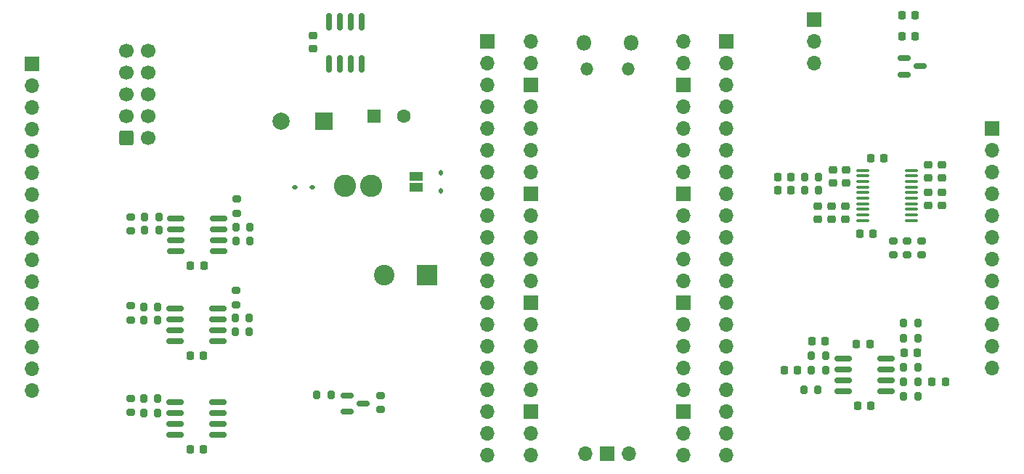
<source format=gbr>
%TF.GenerationSoftware,KiCad,Pcbnew,7.0.2*%
%TF.CreationDate,2025-02-19T16:37:45+00:00*%
%TF.ProjectId,dk2_04_bottom,646b325f-3034-45f6-926f-74746f6d2e6b,rev?*%
%TF.SameCoordinates,Original*%
%TF.FileFunction,Soldermask,Top*%
%TF.FilePolarity,Negative*%
%FSLAX46Y46*%
G04 Gerber Fmt 4.6, Leading zero omitted, Abs format (unit mm)*
G04 Created by KiCad (PCBNEW 7.0.2) date 2025-02-19 16:37:45*
%MOMM*%
%LPD*%
G01*
G04 APERTURE LIST*
G04 Aperture macros list*
%AMRoundRect*
0 Rectangle with rounded corners*
0 $1 Rounding radius*
0 $2 $3 $4 $5 $6 $7 $8 $9 X,Y pos of 4 corners*
0 Add a 4 corners polygon primitive as box body*
4,1,4,$2,$3,$4,$5,$6,$7,$8,$9,$2,$3,0*
0 Add four circle primitives for the rounded corners*
1,1,$1+$1,$2,$3*
1,1,$1+$1,$4,$5*
1,1,$1+$1,$6,$7*
1,1,$1+$1,$8,$9*
0 Add four rect primitives between the rounded corners*
20,1,$1+$1,$2,$3,$4,$5,0*
20,1,$1+$1,$4,$5,$6,$7,0*
20,1,$1+$1,$6,$7,$8,$9,0*
20,1,$1+$1,$8,$9,$2,$3,0*%
G04 Aperture macros list end*
%ADD10RoundRect,0.200000X0.275000X-0.200000X0.275000X0.200000X-0.275000X0.200000X-0.275000X-0.200000X0*%
%ADD11RoundRect,0.200000X-0.200000X-0.275000X0.200000X-0.275000X0.200000X0.275000X-0.200000X0.275000X0*%
%ADD12RoundRect,0.200000X0.200000X0.275000X-0.200000X0.275000X-0.200000X-0.275000X0.200000X-0.275000X0*%
%ADD13RoundRect,0.100000X-0.637500X-0.100000X0.637500X-0.100000X0.637500X0.100000X-0.637500X0.100000X0*%
%ADD14RoundRect,0.150000X0.150000X-0.825000X0.150000X0.825000X-0.150000X0.825000X-0.150000X-0.825000X0*%
%ADD15RoundRect,0.200000X-0.275000X0.200000X-0.275000X-0.200000X0.275000X-0.200000X0.275000X0.200000X0*%
%ADD16RoundRect,0.225000X0.225000X0.250000X-0.225000X0.250000X-0.225000X-0.250000X0.225000X-0.250000X0*%
%ADD17R,1.700000X1.700000*%
%ADD18O,1.700000X1.700000*%
%ADD19RoundRect,0.225000X-0.250000X0.225000X-0.250000X-0.225000X0.250000X-0.225000X0.250000X0.225000X0*%
%ADD20RoundRect,0.112500X-0.112500X0.187500X-0.112500X-0.187500X0.112500X-0.187500X0.112500X0.187500X0*%
%ADD21RoundRect,0.150000X-0.825000X-0.150000X0.825000X-0.150000X0.825000X0.150000X-0.825000X0.150000X0*%
%ADD22RoundRect,0.225000X-0.225000X-0.250000X0.225000X-0.250000X0.225000X0.250000X-0.225000X0.250000X0*%
%ADD23RoundRect,0.150000X-0.587500X-0.150000X0.587500X-0.150000X0.587500X0.150000X-0.587500X0.150000X0*%
%ADD24R,1.500000X1.000000*%
%ADD25RoundRect,0.112500X0.187500X0.112500X-0.187500X0.112500X-0.187500X-0.112500X0.187500X-0.112500X0*%
%ADD26RoundRect,0.225000X0.250000X-0.225000X0.250000X0.225000X-0.250000X0.225000X-0.250000X-0.225000X0*%
%ADD27R,2.400000X2.400000*%
%ADD28C,2.400000*%
%ADD29RoundRect,0.250000X-0.600000X-0.600000X0.600000X-0.600000X0.600000X0.600000X-0.600000X0.600000X0*%
%ADD30C,1.700000*%
%ADD31C,2.600000*%
%ADD32R,1.600000X1.600000*%
%ADD33C,1.600000*%
%ADD34R,2.000000X2.000000*%
%ADD35C,2.000000*%
%ADD36O,1.800000X1.800000*%
%ADD37O,1.500000X1.500000*%
G04 APERTURE END LIST*
D10*
%TO.C,R11*%
X184432500Y-80770000D03*
X184432500Y-79120000D03*
%TD*%
D11*
%TO.C,R8*%
X185660000Y-90435000D03*
X187310000Y-90435000D03*
%TD*%
D12*
%TO.C,R2*%
X187310000Y-97235000D03*
X185660000Y-97235000D03*
%TD*%
D13*
%TO.C,U4*%
X180857500Y-70895000D03*
X180857500Y-71545000D03*
X180857500Y-72195000D03*
X180857500Y-72845000D03*
X180857500Y-73495000D03*
X180857500Y-74145000D03*
X180857500Y-74795000D03*
X180857500Y-75445000D03*
X180857500Y-76095000D03*
X180857500Y-76745000D03*
X186582500Y-76745000D03*
X186582500Y-76095000D03*
X186582500Y-75445000D03*
X186582500Y-74795000D03*
X186582500Y-74145000D03*
X186582500Y-73495000D03*
X186582500Y-72845000D03*
X186582500Y-72195000D03*
X186582500Y-71545000D03*
X186582500Y-70895000D03*
%TD*%
D14*
%TO.C,U8*%
X118627323Y-58475000D03*
X119897323Y-58475000D03*
X121167323Y-58475000D03*
X122437323Y-58475000D03*
X122437323Y-53525000D03*
X121167323Y-53525000D03*
X119897323Y-53525000D03*
X118627323Y-53525000D03*
%TD*%
D11*
%TO.C,R14*%
X117250000Y-97110000D03*
X118900000Y-97110000D03*
%TD*%
D10*
%TO.C,R10*%
X186082500Y-80770000D03*
X186082500Y-79120000D03*
%TD*%
D15*
%TO.C,R19*%
X95515000Y-76295000D03*
X95515000Y-77945000D03*
%TD*%
D16*
%TO.C,C3*%
X190510000Y-95535000D03*
X188960000Y-95535000D03*
%TD*%
D17*
%TO.C,J1*%
X84000000Y-58500000D03*
D18*
X84000000Y-61040000D03*
X84000000Y-63580000D03*
X84000000Y-66120000D03*
X84000000Y-68660000D03*
X84000000Y-71200000D03*
X84000000Y-73740000D03*
X84000000Y-76280000D03*
X84000000Y-78820000D03*
X84000000Y-81360000D03*
X84000000Y-83900000D03*
X84000000Y-86440000D03*
X84000000Y-88980000D03*
X84000000Y-91520000D03*
X84000000Y-94060000D03*
X84000000Y-96600000D03*
%TD*%
D19*
%TO.C,C20*%
X177382500Y-70845000D03*
X177382500Y-72395000D03*
%TD*%
%TO.C,C16*%
X190082500Y-70245000D03*
X190082500Y-71795000D03*
%TD*%
D20*
%TO.C,D3*%
X131700000Y-71200000D03*
X131700000Y-73300000D03*
%TD*%
D21*
%TO.C,U3*%
X178635000Y-92865000D03*
X178635000Y-94135000D03*
X178635000Y-95405000D03*
X178635000Y-96675000D03*
X183585000Y-96675000D03*
X183585000Y-95405000D03*
X183585000Y-94135000D03*
X183585000Y-92865000D03*
%TD*%
D22*
%TO.C,C2*%
X171710000Y-94235000D03*
X173260000Y-94235000D03*
%TD*%
D19*
%TO.C,C11*%
X175682500Y-75045000D03*
X175682500Y-76595000D03*
%TD*%
D11*
%TO.C,R3*%
X174910000Y-94235000D03*
X176560000Y-94235000D03*
%TD*%
D10*
%TO.C,R20*%
X107915000Y-75895000D03*
X107915000Y-74245000D03*
%TD*%
D19*
%TO.C,C14*%
X188482500Y-70245000D03*
X188482500Y-71795000D03*
%TD*%
D23*
%TO.C,U2*%
X185732500Y-57800000D03*
X185732500Y-59700000D03*
X187607500Y-58750000D03*
%TD*%
D22*
%TO.C,C1*%
X185455000Y-52760000D03*
X187005000Y-52760000D03*
%TD*%
D12*
%TO.C,R13*%
X175732500Y-73245000D03*
X174082500Y-73245000D03*
%TD*%
D21*
%TO.C,U5*%
X100815000Y-76495000D03*
X100815000Y-77765000D03*
X100815000Y-79035000D03*
X100815000Y-80305000D03*
X105765000Y-80305000D03*
X105765000Y-79035000D03*
X105765000Y-77765000D03*
X105765000Y-76495000D03*
%TD*%
D19*
%TO.C,C17*%
X188482500Y-73445000D03*
X188482500Y-74995000D03*
%TD*%
D12*
%TO.C,R17*%
X98815000Y-77895000D03*
X97165000Y-77895000D03*
%TD*%
D11*
%TO.C,R1*%
X174000000Y-96500000D03*
X175650000Y-96500000D03*
%TD*%
D10*
%TO.C,R15*%
X124650000Y-98810000D03*
X124650000Y-97160000D03*
%TD*%
D17*
%TO.C,J2*%
X196000000Y-66000000D03*
D18*
X196000000Y-68540000D03*
X196000000Y-71080000D03*
X196000000Y-73620000D03*
X196000000Y-76160000D03*
X196000000Y-78700000D03*
X196000000Y-81240000D03*
X196000000Y-83780000D03*
X196000000Y-86320000D03*
X196000000Y-88860000D03*
X196000000Y-91400000D03*
X196000000Y-93940000D03*
%TD*%
D12*
%TO.C,R21*%
X98815000Y-76295000D03*
X97165000Y-76295000D03*
%TD*%
D16*
%TO.C,C23*%
X104015000Y-92495000D03*
X102465000Y-92495000D03*
%TD*%
D11*
%TO.C,R22*%
X107715000Y-89695000D03*
X109365000Y-89695000D03*
%TD*%
D12*
%TO.C,R6*%
X187310000Y-93835000D03*
X185660000Y-93835000D03*
%TD*%
D11*
%TO.C,R16*%
X107815000Y-79095000D03*
X109465000Y-79095000D03*
%TD*%
D12*
%TO.C,R23*%
X98715000Y-88395000D03*
X97065000Y-88395000D03*
%TD*%
D21*
%TO.C,U7*%
X100740000Y-97890000D03*
X100740000Y-99160000D03*
X100740000Y-100430000D03*
X100740000Y-101700000D03*
X105690000Y-101700000D03*
X105690000Y-100430000D03*
X105690000Y-99160000D03*
X105690000Y-97890000D03*
%TD*%
D12*
%TO.C,R28*%
X98715000Y-99195000D03*
X97065000Y-99195000D03*
%TD*%
D11*
%TO.C,R7*%
X185660000Y-88735000D03*
X187310000Y-88735000D03*
%TD*%
D19*
%TO.C,C15*%
X190082500Y-73445000D03*
X190082500Y-74995000D03*
%TD*%
D16*
%TO.C,C24*%
X104015000Y-103395000D03*
X102465000Y-103395000D03*
%TD*%
D11*
%TO.C,R5*%
X174910000Y-92535000D03*
X176560000Y-92535000D03*
%TD*%
D24*
%TO.C,JP2*%
X128800000Y-72900001D03*
X128800000Y-71600001D03*
%TD*%
D16*
%TO.C,C6*%
X181810000Y-98335000D03*
X180260000Y-98335000D03*
%TD*%
D10*
%TO.C,R26*%
X107815000Y-86545000D03*
X107815000Y-84895000D03*
%TD*%
D19*
%TO.C,C9*%
X178882500Y-75045000D03*
X178882500Y-76595000D03*
%TD*%
D16*
%TO.C,C8*%
X187260000Y-92135000D03*
X185710000Y-92135000D03*
%TD*%
D12*
%TO.C,R27*%
X98715000Y-86795000D03*
X97065000Y-86795000D03*
%TD*%
%TO.C,R12*%
X175732500Y-71645000D03*
X174082500Y-71645000D03*
%TD*%
D16*
%TO.C,C22*%
X104065000Y-81995000D03*
X102515000Y-81995000D03*
%TD*%
%TO.C,C5*%
X181710000Y-91135000D03*
X180160000Y-91135000D03*
%TD*%
D12*
%TO.C,R4*%
X187310000Y-95535000D03*
X185660000Y-95535000D03*
%TD*%
D11*
%TO.C,R18*%
X107815000Y-77495000D03*
X109465000Y-77495000D03*
%TD*%
D19*
%TO.C,C10*%
X177282500Y-75045000D03*
X177282500Y-76595000D03*
%TD*%
%TO.C,C18*%
X178982500Y-70845000D03*
X178982500Y-72395000D03*
%TD*%
D16*
%TO.C,C21*%
X172532500Y-73245000D03*
X170982500Y-73245000D03*
%TD*%
D22*
%TO.C,C7*%
X174960000Y-90835000D03*
X176510000Y-90835000D03*
%TD*%
D21*
%TO.C,U6*%
X100740000Y-86990000D03*
X100740000Y-88260000D03*
X100740000Y-89530000D03*
X100740000Y-90800000D03*
X105690000Y-90800000D03*
X105690000Y-89530000D03*
X105690000Y-88260000D03*
X105690000Y-86990000D03*
%TD*%
D25*
%TO.C,D2*%
X116750000Y-72900000D03*
X114650000Y-72900000D03*
%TD*%
D22*
%TO.C,C12*%
X181782500Y-69445000D03*
X183332500Y-69445000D03*
%TD*%
D16*
%TO.C,C19*%
X172532500Y-71645000D03*
X170982500Y-71645000D03*
%TD*%
D12*
%TO.C,R30*%
X98715000Y-97495000D03*
X97065000Y-97495000D03*
%TD*%
D26*
%TO.C,C26*%
X116832323Y-56700000D03*
X116832323Y-55150000D03*
%TD*%
D22*
%TO.C,C4*%
X185455000Y-55270000D03*
X187005000Y-55270000D03*
%TD*%
D16*
%TO.C,C13*%
X182082500Y-78245000D03*
X180532500Y-78245000D03*
%TD*%
D11*
%TO.C,R24*%
X107715000Y-88095000D03*
X109365000Y-88095000D03*
%TD*%
D10*
%TO.C,R9*%
X187782500Y-80770000D03*
X187782500Y-79120000D03*
%TD*%
D23*
%TO.C,Q1*%
X120775000Y-97160000D03*
X120775000Y-99060000D03*
X122650000Y-98110000D03*
%TD*%
D15*
%TO.C,R25*%
X95515000Y-86695000D03*
X95515000Y-88345000D03*
%TD*%
%TO.C,R29*%
X95515000Y-97495000D03*
X95515000Y-99145000D03*
%TD*%
D27*
%TO.C,C28*%
X130100000Y-83100000D03*
D28*
X125100000Y-83100000D03*
%TD*%
D29*
%TO.C,J3*%
X95000000Y-67080000D03*
D30*
X97540000Y-67080000D03*
X95000000Y-64540000D03*
X97540000Y-64540000D03*
X95000000Y-62000000D03*
X97540000Y-62000000D03*
X95000000Y-59460000D03*
X97540000Y-59460000D03*
X95000000Y-56920000D03*
X97540000Y-56920000D03*
%TD*%
D31*
%TO.C,L1*%
X120532323Y-72700000D03*
X123532323Y-72700000D03*
%TD*%
D17*
%TO.C,J4*%
X165000000Y-55880000D03*
D18*
X165000000Y-58420000D03*
X165000000Y-60960000D03*
X165000000Y-63500000D03*
X165000000Y-66040000D03*
X165000000Y-68580000D03*
X165000000Y-71120000D03*
X165000000Y-73660000D03*
X165000000Y-76200000D03*
X165000000Y-78740000D03*
X165000000Y-81280000D03*
X165000000Y-83820000D03*
X165000000Y-86360000D03*
X165000000Y-88900000D03*
X165000000Y-91440000D03*
X165000000Y-93980000D03*
X165000000Y-96520000D03*
X165000000Y-99060000D03*
X165000000Y-101600000D03*
X165000000Y-104140000D03*
%TD*%
D32*
%TO.C,C27*%
X123879672Y-64600000D03*
D33*
X127379672Y-64600000D03*
%TD*%
D34*
%TO.C,C25*%
X118100000Y-65200000D03*
D35*
X113100000Y-65200000D03*
%TD*%
D17*
%TO.C,J6*%
X175260000Y-53340000D03*
D18*
X175260000Y-55880000D03*
X175260000Y-58420000D03*
%TD*%
D17*
%TO.C,J5*%
X137160000Y-55880000D03*
D18*
X137160000Y-58420000D03*
X137160000Y-60960000D03*
X137160000Y-63500000D03*
X137160000Y-66040000D03*
X137160000Y-68580000D03*
X137160000Y-71120000D03*
X137160000Y-73660000D03*
X137160000Y-76200000D03*
X137160000Y-78740000D03*
X137160000Y-81280000D03*
X137160000Y-83820000D03*
X137160000Y-86360000D03*
X137160000Y-88900000D03*
X137160000Y-91440000D03*
X137160000Y-93980000D03*
X137160000Y-96520000D03*
X137160000Y-99060000D03*
X137160000Y-101600000D03*
X137160000Y-104140000D03*
%TD*%
D36*
%TO.C,U1*%
X153855000Y-56010000D03*
D37*
X153555000Y-59040000D03*
X148705000Y-59040000D03*
D36*
X148405000Y-56010000D03*
D18*
X160020000Y-55880000D03*
X160020000Y-58420000D03*
D17*
X160020000Y-60960000D03*
D18*
X160020000Y-63500000D03*
X160020000Y-66040000D03*
X160020000Y-68580000D03*
X160020000Y-71120000D03*
D17*
X160020000Y-73660000D03*
D18*
X160020000Y-76200000D03*
X160020000Y-78740000D03*
X160020000Y-81280000D03*
X160020000Y-83820000D03*
D17*
X160020000Y-86360000D03*
D18*
X160020000Y-88900000D03*
X160020000Y-91440000D03*
X160020000Y-93980000D03*
X160020000Y-96520000D03*
D17*
X160020000Y-99060000D03*
D18*
X160020000Y-101600000D03*
X160020000Y-104140000D03*
X142240000Y-104140000D03*
X142240000Y-101600000D03*
D17*
X142240000Y-99060000D03*
D18*
X142240000Y-96520000D03*
X142240000Y-93980000D03*
X142240000Y-91440000D03*
X142240000Y-88900000D03*
D17*
X142240000Y-86360000D03*
D18*
X142240000Y-83820000D03*
X142240000Y-81280000D03*
X142240000Y-78740000D03*
X142240000Y-76200000D03*
D17*
X142240000Y-73660000D03*
D18*
X142240000Y-71120000D03*
X142240000Y-68580000D03*
X142240000Y-66040000D03*
X142240000Y-63500000D03*
D17*
X142240000Y-60960000D03*
D18*
X142240000Y-58420000D03*
X142240000Y-55880000D03*
X153670000Y-103910000D03*
D17*
X151130000Y-103910000D03*
D18*
X148590000Y-103910000D03*
%TD*%
M02*

</source>
